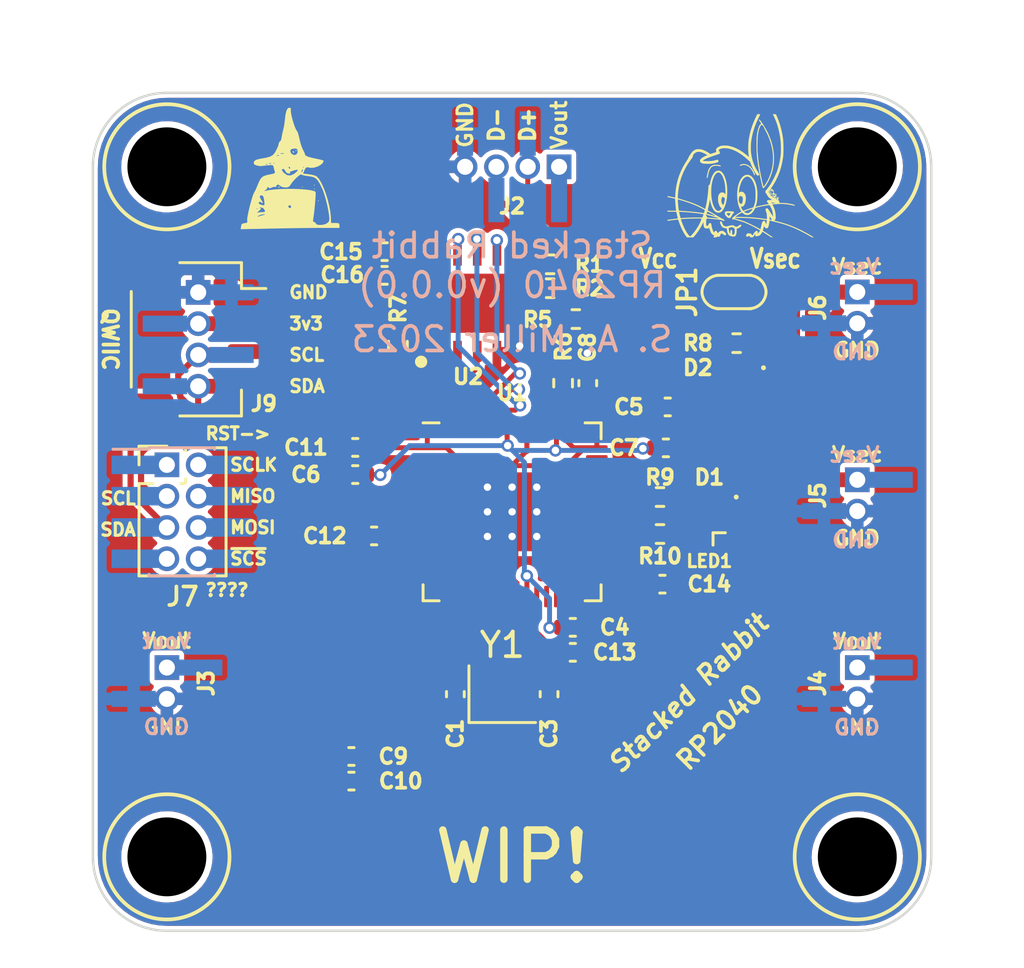
<source format=kicad_pcb>
(kicad_pcb (version 20211014) (generator pcbnew)
  (title_block (title "RP2040") (rev "0.0.0") (company "The Nerd Mage"))
  (layers (0 "F.Cu" signal) (31 "B.Cu" signal) (34 "B.Paste" user) (35 "F.Paste" user) (36 "B.SilkS" user "B.Silkscreen") (37 "F.SilkS" user "F.Silkscreen") (38 "B.Mask" user) (39 "F.Mask" user) (44 "Edge.Cuts" user))
  (net 0 "")
  (net 1 "SCL")
  (net 2 "SDA")
  (net 3 "GND")
  (net 4 "+3V3")
  (net 5 "+1V1")
  (net 6 "Net-(D1-Pad2)")
  (net 7 "Net-(D2-Pad2)")
  (net 8 "IO12")
  (net 9 "IO13")
  (net 13 "ADC_REF")
  (net 14 "IO16")
  (net 15 "QSPI SS")
  (net 16 "ATTACH")
  (net 17 "ALERT")
  (net 18 "Vsec")
  (net 19 "BootMode")
  (net 20 "io25")
  (net 21 "Net-(LED1-Pad2)")
  (net 22 "IO15")
  (net 23 "io0")
  (net 24 "io1")
  (net 25 "io2")
  (net 26 "io3")
  (net 27 "io4")
  (net 28 "io5")
  (net 29 "io6")
  (net 30 "io7")
  (net 31 "io8")
  (net 32 "io9")
  (net 33 "io10")
  (net 34 "io11")
  (net 35 "io12")
  (net 36 "io13")
  (net 37 "io14")
  (net 38 "io15")
  (net 39 "SWCLK")
  (net 40 "SWDIO")
  (net 41 "Reset")
  (net 42 "io16")
  (net 43 "io17")
  (net 44 "io18")
  (net 45 "io19")
  (net 46 "io20")
  (net 47 "io21")
  (net 48 "io22")
  (net 49 "io23")
  (net 50 "io24")
  (net 51 "io26")
  (net 52 "io27")
  (net 53 "io28")
  (net 54 "io29")
  (net 55 "QSPI_SD3")
  (net 56 "QSPI_SCLK")
  (net 57 "QSPI_SD0")
  (net 58 "QSPI_SD2")
  (net 59 "QSPI_SD1")
  (net 62 "/Xin")
  (net 63 "/Xout")
  (net 64 "/USB_DP")
  (net 65 "/USB_DM")
  (net 66 "UD+")
  (net 67 "UD-")
  (net 68 "Net-(C8-Pad2)")
  (footprint "Tinker:Mount" (layer "F.Cu") (at 114 114)
    (fp_text reference "REF**" hide)
    (fp_text value "Mount" hide)
  )
  (footprint "Capacitor_SMD:C_0402_1005Metric" (layer "F.Cu") (at 94.830178 89.441993)
    (fp_text reference "C15")
    (fp_text value "2u2")
  )
  (footprint "Tinker:SON80P400X400X50-9N" (layer "F.Cu") (at 98.185633 91.53709 90)
    (fp_text reference "U2")
    (fp_text value "W25Q32JVXGIQ" hide)
  )
  (footprint "Tinker:XL1010RGBCWS2812B" (layer "F.Cu") (at 108 100.7 180)
    (fp_text reference "LED1")
    (fp_text value "XL-1010RGBC-WS2812B" hide)
  )
  (footprint "Tinker:Mount" (layer "F.Cu") (at 86 114)
    (fp_text reference "REF**" hide)
    (fp_text value "Mount" hide)
  )
  (footprint "Tinker:QWIIC_Stack_II" (layer "F.Cu") (at 87.27 93 -90)
    (fp_text reference "J9")
    (fp_text value "QWIIC_Stackable")
  )
  (footprint "Tinker:DagNabbit" (layer "F.Cu") (at 109 87)
    (fp_text reference "REF**" hide)
    (fp_text value "DagNabbit" hide)
  )
  (footprint "Capacitor_SMD:C_0402_1005Metric" (layer "F.Cu") (at 94.403517 100.978617 180)
    (fp_text reference "C12")
    (fp_text value "100n")
  )
  (footprint "LED_SMD:LED_0402_1005Metric" (layer "F.Cu") (at 109.106179 94.155274 180)
    (fp_text reference "D2")
    (fp_text value "LED")
  )
  (footprint "LED_SMD:LED_0402_1005Metric" (layer "F.Cu") (at 108 99.4 180)
    (fp_text reference "D1")
    (fp_text value "LED")
  )
  (footprint "Tinker:Board_Stacker_2" (layer "F.Cu") (at 114 106.32)
    (fp_text reference "J4")
    (fp_text value "Conn_01x02_Male")
  )
  (footprint "Resistor_SMD:R_0402_1005Metric" (layer "F.Cu") (at 95.37109 93.236183 90)
    (fp_text reference "R7")
    (fp_text value "1k")
  )
  (footprint "Tinker:Mount" (layer "F.Cu") (at 114 86)
    (fp_text reference "REF**" hide)
    (fp_text value "Mount" hide)
  )
  (footprint "Capacitor_SMD:C_0402_1005Metric" (layer "F.Cu") (at 106.311054 95.744072)
    (fp_text reference "C5")
    (fp_text value "2u2")
  )
  (footprint "Resistor_SMD:R_0402_1005Metric" (layer "F.Cu") (at 101.542994 90.926946 180)
    (fp_text reference "R2")
    (fp_text value "27")
  )
  (footprint "Capacitor_SMD:C_0402_1005Metric" (layer "F.Cu") (at 97.7 107.4 90)
    (fp_text reference "C1")
    (fp_text value "20p")
  )
  (footprint "Capacitor_SMD:C_0402_1005Metric" (layer "F.Cu") (at 101.5 107.4 -90)
    (fp_text reference "C3")
    (fp_text value "20p")
  )
  (footprint "Tinker:Board_Stacker_2" (layer "F.Cu") (at 86 106.32)
    (fp_text reference "J3")
    (fp_text value "Conn_01x02_Male")
  )
  (footprint "Tinker:NerdMage" (layer "F.Cu") (at 91 86)
    (fp_text reference "G***" hide)
    (fp_text value "LOGO" hide)
  )
  (footprint "Capacitor_SMD:C_0402_1005Metric" (layer "F.Cu") (at 93.485462 109.926895 180)
    (fp_text reference "C9")
    (fp_text value "100n")
  )
  (footprint "Capacitor_SMD:C_0402_1005Metric" (layer "F.Cu") (at 93.639645 98.487726 180)
    (fp_text reference "C6")
    (fp_text value "100n")
  )
  (footprint "Capacitor_SMD:C_0402_1005Metric" (layer "F.Cu") (at 103.069359 94.778671 -90)
    (fp_text reference "C8")
    (fp_text value "2u2")
  )
  (footprint "Resistor_SMD:R_0402_1005Metric" (layer "F.Cu") (at 109.106179 93.155274 180)
    (fp_text reference "R8")
    (fp_text value "2k2")
  )
  (footprint "Capacitor_SMD:C_0402_1005Metric" (layer "F.Cu") (at 106.096639 102.935378)
    (fp_text reference "C14")
    (fp_text value "100n")
  )
  (footprint "Tinker:Board_Stacker_2" (layer "F.Cu") (at 114 91.08)
    (fp_text reference "J6")
    (fp_text value "Conn_01x02_Male")
  )
  (footprint "Resistor_SMD:R_0402_1005Metric" (layer "F.Cu") (at 102.069359 94.778671 90)
    (fp_text reference "R6")
    (fp_text value "1")
  )
  (footprint "Resistor_SMD:R_0402_1005Metric" (layer "F.Cu") (at 106 100.9)
    (fp_text reference "R10")
    (fp_text value "???")
  )
  (footprint "Package_DFN_QFN:QFN-56-1EP_7x7mm_P0.4mm_EP3.2x3.2mm" (layer "F.Cu") (at 100 100)
    (fp_text reference "U1")
    (fp_text value "RP2040")
  )
  (footprint "Tinker:Board_Stacker_2" (layer "F.Cu") (at 114 98.7)
    (fp_text reference "J5")
    (fp_text value "Conn_01x02_Male")
  )
  (footprint "Tinker:Mount" (layer "F.Cu") (at 86 86)
    (fp_text reference "REF**" hide)
    (fp_text value "Mount" hide)
  )
  (footprint "Capacitor_SMD:C_0402_1005Metric" (layer "F.Cu") (at 93.639645 97.386251 180)
    (fp_text reference "C11")
    (fp_text value "100n")
  )
  (footprint "Capacitor_SMD:C_0402_1005Metric" (layer "F.Cu") (at 102.46303 104.688032 180)
    (fp_text reference "C4")
    (fp_text value "2u2")
  )
  (footprint "Capacitor_SMD:C_0402_1005Metric" (layer "F.Cu") (at 102.46303 105.701322)
    (fp_text reference "C13")
    (fp_text value "100n")
  )
  (footprint "Resistor_SMD:R_0402_1005Metric" (layer "F.Cu") (at 101.542994 89.957845 180)
    (fp_text reference "R1")
    (fp_text value "27")
  )
  (footprint "Tinker:Crystal_SMD_2016-4Pin_2.0x1.6mm" (layer "F.Cu") (at 99.6 107.4)
    (fp_text reference "Y1")
    (fp_text value "12MHz")
  )
  (footprint "Tinker:Board_Stacker_4" (layer "F.Cu") (at 101.905 86 -90)
    (fp_text reference "J2")
    (fp_text value "Conn_01x04_Male")
  )
  (footprint "Capacitor_SMD:C_0402_1005Metric" (layer "F.Cu") (at 106.237265 97.405469)
    (fp_text reference "C7")
    (fp_text value "100n")
  )
  (footprint "Capacitor_SMD:C_0402_1005Metric" (layer "F.Cu") (at 93.485462 110.926895 180)
    (fp_text reference "C10")
    (fp_text value "100n")
  )
  (footprint "Tinker:SolderJumper-2_P_Open_Rounded_skinny" (layer "F.Cu") (at 109 91.08 180)
    (fp_text reference "JP1")
    (fp_text value "SolderJumper_2_Open" hide)
  )
  (footprint "Capacitor_SMD:C_0402_1005Metric" (layer "F.Cu") (at 94.828668 90.405398 180)
    (fp_text reference "C16")
    (fp_text value "100n")
  )
  (footprint "Resistor_SMD:R_0402_1005Metric" (layer "F.Cu") (at 102.585062 92.178796)
    (fp_text reference "R5")
    (fp_text value "200")
  )
  (footprint "Tinker:PinHeader_2x04_P1.27mm_Vertical" (layer "F.Cu") (at 86 98.095)
    (fp_text reference "J7")
    (fp_text value "Conn_01x08_Male")
  )
  (footprint "Resistor_SMD:R_0402_1005Metric" (layer "F.Cu") (at 106 99.4)
    (fp_text reference "R9")
    (fp_text value "470")
  )
  (gr_line (start 117 86) (end 117 114) (layer "Edge.Cuts") (width 0.1))
  (gr_arc (start 86 117) (mid 83.87868 116.12132) (end 83 114) (layer "Edge.Cuts") (width 0.1))
  (gr_arc (start 83 86) (mid 83.87868 83.87868) (end 86 83) (layer "Edge.Cuts") (width 0.1))
  (gr_line (start 86 83) (end 114 83) (layer "Edge.Cuts") (width 0.1))
  (gr_line (start 83 114) (end 83 86) (layer "Edge.Cuts") (width 0.1))
  (gr_arc (start 114 83) (mid 116.12132 83.87868) (end 117 86) (layer "Edge.Cuts") (width 0.1))
  (gr_line (start 86 117) (end 114 117) (layer "Edge.Cuts") (width 0.1))
  (gr_arc (start 117 114) (mid 116.12132 116.12132) (end 114 117) (layer "Edge.Cuts") (width 0.1))
  (gr_text "Stacked Rabbit\n${TITLE} (v${REVISION})" (at 100 90) (layer "B.SilkS") (effects (font (size 1 1)) (justify mirror)))
  (gr_text "GND" (at 113.911636 93.524122) (layer "B.SilkS") (effects (font (size 0.6 0.6) (thickness 0.125)) (justify mirror)))
  (gr_text "GND" (at 113.911636 101.157043) (layer "B.SilkS") (effects (font (size 0.6 0.6) (thickness 0.125)) (justify mirror)))
  (gr_text "Vsec" (at 113.872799 90.048265) (layer "B.SilkS") (effects (font (size 0.6 0.6) (thickness 0.125)) (justify mirror)))
  (gr_text "Vout" (at 85.997632 105.251142) (layer "B.SilkS") (effects (font (size 0.6 0.6) (thickness 0.125)) (justify mirror)))
  (gr_text "Vout" (at 114 105.269126) (layer "B.SilkS") (effects (font (size 0.6 0.6) (thickness 0.125)) (justify mirror)))
  (gr_text "GND" (at 85.984147 108.730235) (layer "B.SilkS") (effects (font (size 0.6 0.6) (thickness 0.125)) (justify mirror)))
  (gr_text "S. A. Miller 2023" (at 100 93) (layer "B.SilkS") (effects (font (size 1 1)) (justify mirror)))
  (gr_text "Vsec" (at 113.872799 97.681186) (layer "B.SilkS") (effects (font (size 0.6 0.6) (thickness 0.125)) (justify mirror)))
  (gr_text "GND" (at 113.986515 108.748219) (layer "B.SilkS") (effects (font (size 0.6 0.6) (thickness 0.125)) (justify mirror)))
  (gr_text "SCL" (at 90.9 93.635) (layer "F.SilkS") (effects (font (size 0.5 0.5) (thickness 0.125)) (justify left)))
  (gr_text "Stacked Rabbit" (at 107.16368 107.360377 45) (layer "F.SilkS") (effects (font (size 0.75 0.75) (thickness 0.15) italic)))
  (gr_text "WIP!" (at 100 114) (layer "F.SilkS") (effects (font (size 2 2) (thickness 0.3))))
  (gr_text "????" (at 87.5 103.175) (layer "F.SilkS") (effects (font (size 0.5 0.5) (thickness 0.125)) (justify left)))
  (gr_text "MOSI" (at 88.5 100.635) (layer "F.SilkS") (effects (font (size 0.5 0.5) (thickness 0.125)) (justify left)))
  (gr_text "RST->" (at 87.5 96.825) (layer "F.SilkS") (effects (font (size 0.5 0.5) (thickness 0.125)) (justify left)))
  (gr_text "Vout" (at 85.988239 105.227507) (layer "F.SilkS") (effects (font (size 0.6 0.6) (thickness 0.125))))
  (gr_text "MISO" (at 88.5 99.365) (layer "F.SilkS") (effects (font (size 0.5 0.5) (thickness 0.125)) (justify left)))
  (gr_text "SDA" (at 84.8 100.7275) (layer "F.SilkS") (effects (font (size 0.5 0.5) (thickness 0.125)) (justify right)))
  (gr_text "Vsec" (at 110.68 89.726721) (layer "F.SilkS") (effects (font (size 0.75 0.6))))
  (gr_text "SCL" (at 84.8 99.4575) (layer "F.SilkS") (effects (font (size 0.5 0.5) (thickness 0.125)) (justify right)))
  (gr_text "GND" (at 113.990607 108.745491) (layer "F.SilkS") (effects (font (size 0.6 0.6) (thickness 0.125))))
  (gr_text "GND" (at 85.988239 108.727507) (layer "F.SilkS") (effects (font (size 0.6 0.6) (thickness 0.125))))
  (gr_text "SCLK" (at 88.5 98.095) (layer "F.SilkS") (effects (font (size 0.5 0.5) (thickness 0.125)) (justify left)))
  (gr_text "GND" (at 90.9 91.095) (layer "F.SilkS") (effects (font (size 0.5 0.5) (thickness 0.125)) (justify left)))
  (gr_text "GND" (at 114 101.077551) (layer "F.SilkS") (effects (font (size 0.6 0.6) (thickness 0.125))))
  (gr_text "QWIIC" (at 83.695923 93 270) (layer "F.SilkS") (effects (font (size 0.6 0.6))))
  (gr_text "GND" (at 114 93.44463) (layer "F.SilkS") (effects (font (size 0.6 0.6) (thickness 0.125))))
  (gr_text "Vsec" (at 114 90.04463) (layer "F.SilkS") (effects (font (size 0.6 0.6) (thickness 0.125))))
  (gr_text "${TITLE}" (at 108.417957 108.740082 45) (layer "F.SilkS") (effects (font (size 0.75 0.75))))
  (gr_text "GND" (at 98.095 84.3 90) (layer "F.SilkS") (effects (font (size 0.6 0.6) (thickness 0.125))))
  (gr_text "Vsec" (at 114 97.677551) (layer "F.SilkS") (effects (font (size 0.6 0.6) (thickness 0.125))))
  (gr_text "Vout" (at 101.905 84.3 90) (layer "F.SilkS") (effects (font (size 0.6 0.6) (thickness 0.125))))
  (gr_text "3v3" (at 90.9 92.365) (layer "F.SilkS") (effects (font (size 0.5 0.5) (thickness 0.125)) (justify left)))
  (gr_text "D-" (at 99.365 84.3 90) (layer "F.SilkS") (effects (font (size 0.6 0.6))))
  (gr_text "~{SCS}" (at 88.5 101.905) (layer "F.SilkS") (effects (font (size 0.5 0.5) (thickness 0.125)) (justify left)))
  (gr_text "Vout" (at 113.990607 105.245491) (layer "F.SilkS") (effects (font (size 0.6 0.6) (thickness 0.125))))
  (gr_text "D+" (at 100.635 84.3 90) (layer "F.SilkS") (effects (font (size 0.6 0.6))))
  (gr_text "Vcc" (at 105.924051 89.726721) (layer "F.SilkS") (effects (font (size 0.75 0.6))))
  (gr_text "SDA" (at 90.9 94.905) (layer "F.SilkS") (effects (font (size 0.5 0.5) (thickness 0.125)) (justify left)))
  (segment (start 84.953028 97.621666) (end 84.953028 98.866665) (width 0.25) (layer "F.Cu") (net 1))
  (segment (start 87.27 94.905) (end 87.27 96.50211) (width 0.25) (layer "F.Cu") (net 1))
  (segment (start 85.275274 97.29942) (end 84.953028 97.621666) (width 0.25) (layer "F.Cu") (net 1))
  (segment (start 85.451363 99.365) (end 86.03 99.365) (width 0.25) (layer "F.Cu") (net 1))
  (segment (start 86.47269 97.29942) (end 85.275274 97.29942) (width 0.25) (layer "F.Cu") (net 1))
  (segment (start 87.27 96.50211) (end 86.47269 97.29942) (width 0.25) (layer "F.Cu") (net 1))
  (segment (start 84.953028 98.866665) (end 85.451363 99.365) (width 0.25) (layer "F.Cu") (net 1))
  (segment (start 86.807454 95.599686) (end 86.54 95.332232) (width 0.25) (layer "F.Cu") (net 2))
  (segment (start 86.54 95.332232) (end 86.54 95.232538) (width 0.25) (layer "F.Cu") (net 2))
  (segment (start 86.807454 96.39897) (end 86.807454 95.599686) (width 0.25) (layer "F.Cu") (net 2))
  (segment (start 86 100.635) (end 84.52967 99.16467) (width 0.25) (layer "F.Cu") (net 2))
  (segment (start 84.52967 99.16467) (end 84.52967 97.479339) (width 0.25) (layer "F.Cu") (net 2))
  (segment (start 84.52967 97.479339) (end 85.109589 96.89942) (width 0.25) (layer "F.Cu") (net 2))
  (segment (start 85.109589 96.89942) (end 86.307004 96.89942) (width 0.25) (layer "F.Cu") (net 2))
  (segment (start 86.54 95.232538) (end 86.460497 95.153035) (width 0.25) (layer "F.Cu") (net 2))
  (segment (start 86.307004 96.89942) (end 86.807454 96.39897) (width 0.25) (layer "F.Cu") (net 2))
  (segment (start 86.460497 95.153035) (end 86.460497 94.444503) (width 0.25) (layer "F.Cu") (net 2))
  (segment (start 86.460497 94.444503) (end 87.27 93.635) (width 0.25) (layer "F.Cu") (net 2))
  (via (at 101 100) (size 0.4) (drill 0.3) (layers "F.Cu" "B.Cu") (net 3))
  (via (at 101 101) (size 0.4) (drill 0.3) (layers "F.Cu" "B.Cu") (net 3))
  (via (at 99 100) (size 0.4) (drill 0.3) (layers "F.Cu" "B.Cu") (net 3))
  (via (at 101 99) (size 0.4) (drill 0.3) (layers "F.Cu" "B.Cu") (net 3))
  (via (at 100.306548 93.268546) (size 0.5) (drill 0.3) (layers "F.Cu" "B.Cu") (net 3))
  (via (at 100 101) (size 0.4) (drill 0.3) (layers "F.Cu" "B.Cu") (net 3))
  (via (at 100 100) (size 0.4) (drill 0.3) (layers "F.Cu" "B.Cu") (net 3))
  (via (at 100 99) (size 0.4) (drill 0.3) (layers "F.Cu" "B.Cu") (net 3))
  (via (at 99 99) (size 0.4) (drill 0.3) (layers "F.Cu" "B.Cu") (net 3))
  (via (at 99 101) (size 0.4) (drill 0.3) (layers "F.Cu" "B.Cu") (net 3))
  (via (at 103.050231 93.56062) (size 0.5) (drill 0.3) (layers "F.Cu" "B.Cu") (net 3))
  (segment (start 96.5625 97.4) (end 96.5625 96.831441) (width 0.2) (layer "F.Cu") (net 4))
  (segment (start 94.727323 101.134811) (end 94.727323 109.165035) (width 0.2) (layer "F.Cu") (net 4))
  (segment (start 103.4375 95.9925) (end 103.4375 97.4) (width 0.2) (layer "F.Cu") (net 4))
  (segment (start 103.4375 97.4) (end 102.490381 97.4) (width 0.2) (layer "F.Cu") (net 4))
  (segment (start 96.5625 96.831441) (end 92.096059 92.365) (width 0.2) (layer "F.Cu") (net 4))
  (segment (start 105.39 101) (end 103.4375 101) (width 0.2) (layer "F.Cu") (net 4))
  (segment (start 95.455275 89.58709) (end 95.310178 89.441993) (width 0.2) (layer "F.Cu") (net 4))
  (segment (start 104.193858 91.08) (end 108.35 91.08) (width 0.2) (layer "F.Cu") (net 4))
  (segment (start 102.189155 98.127081) (end 102.189155 100.248774) (width 0.2) (layer "F.Cu") (net 4))
  (segment (start 97.344138 97.4) (end 97.754983 97.810845) (width 0.2) (layer "F.Cu") (net 4))
  (segment (start 103.095062 92.178796) (end 104.193858 91.08) (width 0.2) (layer "F.Cu") (net 4))
  (segment (start 97.810845 101.560845) (end 98.6097 102.3597) (width 0.2) (layer "F.Cu") (net 4))
  (segment (start 103.866737 101) (end 103.4375 101) (width 0.2) (layer "F.Cu") (net 4))
  (segment (start 100.6 97.52) (end 99.992919 98.127081) (width 0.2) (layer "F.Cu") (net 4))
  (segment (start 97.810845 97.866707) (end 97.810845 98.129102) (width 0.2) (layer "F.Cu") (net 4))
  (segment (start 100.567086 97.552914) (end 99.992919 98.127081) (width 0.2) (layer "F.Cu") (net 4))
  (segment (start 98.6097 102.3597) (end 99.661987 102.3597) (width 0.2) (layer "F.Cu") (net 4))
  (segment (start 96.5625 97.4) (end 97.344138 97.4) (width 0.2) (layer "F.Cu") (net 4))
  (segment (start 95.310178 90.403888) (end 95.308668 90.405398) (width 0.2) (layer "F.Cu") (net 4))
  (segment (start 102.940381 97.4) (end 102.321829 98.018552) (width 0.2) (layer "F.Cu") (net 4))
  (segment (start 103.583304 95.846695) (end 103.4375 95.9925) (width 0.2) (layer "F.Cu") (net 4))
  (segment (start 97.119315 100.979835) (end 97.754983 100.344167) (width 0.2) (layer "F.Cu") (net 4))
  (segment (start 94.727323 109.165035) (end 93.965462 109.926895) (width 0.2) (layer "F.Cu") (net 4))
  (segment (start 108.35 91.889095) (end 108.35 91.08) (width 0.2) (layer "F.Cu") (net 4))
  (segment (start 94.883517 100.978617) (end 94.727323 101.134811) (width 0.2) (layer "F.Cu") (net 4))
  (segment (start 100.2 103.899264) (end 100.425736 104.125) (width 0.2) (layer "F.Cu") (net 4))
  (segment (start 97.812866 98.127081) (end 97.810845 98.129102) (width 0.2) (layer "F.Cu") (net 4))
  (segment (start 91.646632 92.365) (end 87.27 92.365) (width 0.2) (layer "F.Cu") (net 4))
  (segment (start 95.310178 89.441993) (end 95.310178 90.403888) (width 0.2) (layer "F.Cu") (net 4))
  (segment (start 102.940381 101) (end 103.4375 101) (width 0.2) (layer "F.Cu") (net 4))
  (segment (start 96.5625 101) (end 94.9049 101) (width 0.2) (layer "F.Cu") (net 4))
  (segment (start 100.438151 104.125) (end 100.587651 104.2745) (width 0.2) (layer "F.Cu") (net 4))
  (segment (start 96.985633 89.58709) (end 95.455275 89.58709) (width 0.2) (layer "F.Cu") (net 4))
  (segment (start 102.189155 100.248774) (end 102.940381 101) (width 0.2) (layer "F.Cu") (net 4))
  (segment (start 102.2 97.109619) (end 102.490381 97.4) (width 0.2) (layer "F.Cu") (net 4))
  (segment (start 100.2 96.5625) (end 100.6 96.5625) (width 0.2) (layer "F.Cu") (net 4))
  (segment (start 96.5625 97.4) (end 94.133394 97.4) (width 0.2) (layer "F.Cu") (net 4))
  (segment (start 94.9049 101) (end 94.883517 100.978617) (width 0.2) (layer "F.Cu") (net 4))
  (segment (start 93.349066 92.365) (end 91.646632 92.365) (width 0.2) (layer "F.Cu") (net 4))
  (segment (start 95.308668 90.405398) (end 93.349066 92.365) (width 0.2) (layer "F.Cu") (net 4))
  (segment (start 100.2 102.897713) (end 100.2 103.4375) (width 0.2) (layer "F.Cu") (net 4))
  (segment (start 102.321829 98.018552) (end 102.297684 98.018552) (width 0.2) (layer "F.Cu") (net 4))
  (segment (start 101.811788 105.701322) (end 101.98303 105.701322) (width 0.2) (layer "F.Cu") (net 4))
  (segment (start 105.616639 102.935378) (end 105.616639 102.749902) (width 0.2) (layer "F.Cu") (net 4))
  (segment (start 100.6 97.552914) (end 100.567086 97.552914) (width 0.2) (layer "F.Cu") (net 4))
  (segment (start 102.189155 98.127081) (end 99.992919 98.127081) (width 0.2) (layer "F.Cu") (net 4))
  (segment (start 102.297684 98.018552) (end 102.189155 98.127081) (width 0.2) (layer "F.Cu") (net 4))
  (segment (start 100.587651 104.477185) (end 101.811788 105.701322) (width 0.2) (layer "F.Cu") (net 4))
  (segment (start 97.119315 100.979835) (end 96.582665 100.979835) (width 0.2) (layer "F.Cu") (net 4))
  (segment (start 100.6 96.5625) (end 100.6 97.552914) (width 0.2) (layer "F.Cu") (net 4))
  (segment (start 100.2 103.4375) (end 100.2 103.899264) (width 0.2) (layer "F.Cu") (net 4))
  (segment (start 97.810845 98.129102) (end 97.810845 101.560845) (width 0.2) (layer "F.Cu") (net 4))
  (segment (start 99.992919 98.127081) (end 97.812866 98.127081) (width 0.2) (layer "F.Cu") (net 4))
  (segment (start 103.4375 97.4) (end 102.940381 97.4) (width 0.2) (layer "F.Cu") (net 4))
  (segment (start 93.965462 109.926895) (end 93.965462 110.926895) (width 0.2) (layer "F.Cu") (net 4))
  (segment (start 103.685927 95.744072) (end 103.583304 95.846695) (width 0.2) (layer "F.Cu") (net 4))
  (segment (start 99.661987 102.3597) (end 100.2 102.897713) (width 0.2) (layer "F.Cu") (net 4))
  (segment (start 97.754983 97.810845) (end 97.810845 97.866707) (width 0.2) (layer "F.Cu") (net 4))
  (segment (start 100.587651 104.2745) (end 100.587651 104.477185) (width 0.2) (layer "F.Cu") (net 4))
  (segment (start 94.133394 97.4) (end 94.119645 97.386251) (width 0.2) (layer "F.Cu") (net 4))
  (segment (start 100.425736 104.125) (end 100.438151 104.125) (width 0.2) (layer "F.Cu") (net 4))
  (segment (start 96.582665 100.979835) (end 96.5625 101) (width 0.2) (layer "F.Cu") (net 4))
  (segment (start 100.6 96.5625) (end 100.6 97.52) (width 0.2) (layer "F.Cu") (net 4))
  (segment (start 105.616639 102.749902) (end 103.866737 101) (width 0.2) (layer "F.Cu") (net 4))
  (segment (start 102.2 96.5625) (end 102.2 97.109619) (width 0.2) (layer "F.Cu") (net 4))
  (segment (start 109.616179 93.155274) (end 108.35 91.889095) (width 0.2) (layer "F.Cu") (net 4))
  (segment (start 105.831054 95.744072) (end 103.685927 95.744072) (width 0.2) (layer "F.Cu") (net 4))
  (segment (start 92.096059 92.365) (end 91.646632 92.365) (width 0.2) (layer "F.Cu") (net 4))
  (segment (start 105.49 100.9) (end 105.39 101) (width 0.2) (layer "F.Cu") (net 4))
  (segment (start 108.35 91.08) (end 103.583304 95.846695) (width 0.2) (layer "F.Cu") (net 4))
  (segment (start 99.8 96.5625) (end 99.8 97.29375) (width 0.2) (layer "F.Cu") (net 5))
  (segment (start 100.600519 102.599481) (end 100.6 102.6) (width 0.2) (layer "F.Cu") (net 5))
  (segment (start 101.8 97.466212) (end 101.757323 97.508889) (width 0.2) (layer "F.Cu") (net 5))
  (segment (start 99.8 97.29375) (end 99.820201 97.313951) (width 0.2) (layer "F.Cu") (net 5))
  (segment (start 100.600697 102.599481) (end 100.600519 102.599481) (width 0.2) (layer "F.Cu") (net 5))
  (segment (start 94.119645 98.487726) (end 94.643322 98.487726) (width 0.2) (layer "F.Cu") (net 5))
  (segment (start 94.643322 98.487726) (end 94.656252 98.500656) (width 0.2) (layer "F.Cu") (net 5))
  (segment (start 100.6 102.6) (end 100.6 103.4375) (width 0.2) (layer "F.Cu") (net 5))
  (segment (start 101.8 96.5625) (end 101.8 97.466212) (width 0.2) (layer "F.Cu") (net 5))
  (via (at 105.305191 97.428771) (size 0.5) (drill 0.3) (layers "F.Cu" "B.Cu") (net 5))
  (via (at 101.757323 97.508889) (size 0.5) (drill 0.3) (layers "F.Cu" "B.Cu") (net 5))
  (via (at 94.656252 98.500656) (size 0.5) (drill 0.3) (layers "F.Cu" "B.Cu") (net 5))
  (via (at 100.600697 102.599481) (size 0.5) (drill 0.3) (layers "F.Cu" "B.Cu") (net 5))
  (via (at 99.820201 97.313951) (size 0.5) (drill 0.3) (layers "F.Cu" "B.Cu") (net 5))
  (via (at 101.51909 104.701517) (size 0.5) (drill 0.3) (layers "F.Cu" "B.Cu") (net 5))
  (segment (start 99.820201 97.313951) (end 95.842957 97.313951) (width 0.2) (layer "B.Cu") (net 5))
  (segment (start 101.757323 97.508889) (end 105.225073 97.508889) (width 0.2) (layer "B.Cu") (net 5))
  (segment (start 100.600697 102.599481) (end 101.51909 103.517874) (width 0.2) (layer "B.Cu") (net 5))
  (segment (start 100.5 102.498784) (end 100.600697 102.599481) (width 0.2) (layer "B.Cu") (net 5))
  (segment (start 101.51909 103.517874) (end 101.51909 104.701517) (width 0.2) (layer "B.Cu") (net 5))
  (segment (start 100.5 97.99375) (end 100.5 102.498784) (width 0.2) (layer "B.Cu") (net 5))
  (segment (start 95.842957 97.313951) (end 94.656252 98.500656) (width 0.2) (layer "B.Cu") (net 5))
  (segment (start 100.015139 97.508889) (end 99.820201 97.313951) (width 0.2) (layer "B.Cu") (net 5))
  (segment (start 99.820201 97.313951) (end 100.5 97.99375) (width 0.2) (layer "B.Cu") (net 5))
  (segment (start 105.225073 97.508889) (end 105.305191 97.428771) (width 0.2) (layer "B.Cu") (net 5))
  (segment (start 101.757323 97.508889) (end 100.015139 97.508889) (width 0.2) (layer "B.Cu") (net 5))
  (segment (start 107.515 99.4) (end 106.51 99.4) (width 0.2) (layer "F.Cu") (net 6))
  (segment (start 108.621179 93.180274) (end 108.596179 93.155274) (width 0.2) (layer "F.Cu") (net 7))
  (segment (start 108.621179 94.155274) (end 108.621179 93.180274) (width 0.2) (layer "F.Cu") (net 7))
  (segment (start 102.069359 94.268671) (end 102.075062 94.262968) (width 0.2) (layer "F.Cu") (net 13))
  (segment (start 102.075062 94.262968) (end 102.075062 92.178796) (width 0.2) (layer "F.Cu") (net 13))
  (segment (start 96.985633 94.220729) (end 96.985633 93.48709) (width 0.2) (layer "F.Cu") (net 15))
  (segment (start 96.72654 93.746183) (end 96.985633 93.48709) (width 0.2) (layer "F.Cu") (net 15))
  (segment (start 97.4 96.5625) (end 97.4 94.635096) (width 0.2) (layer "F.Cu") (net 15))
  (segment (start 95.37109 93.746183) (end 96.72654 93.746183) (width 0.2) (layer "F.Cu") (net 15))
  (segment (start 97.4 94.635096) (end 96.985633 94.220729) (width 0.2) (layer "F.Cu") (net 15))
  (segment (start 113.892282 91.090572) (end 113.902854 91.08) (width 0.6) (layer "F.Cu") (net 18))
  (segment (start 112.868116 98.7) (end 112.179333 98.011217) (width 0.6) (layer "F.Cu") (net 18))
  (segment (start 113.018199 91.090572) (end 113.892282 91.090572) (width 0.6) (layer "F.Cu") (net 18))
  (segment (start 112.179333 98.011217) (end 112.179333 91.929438) (width 0.6) (layer "F.Cu") (net 18))
  (segment (start 112.179333 91.929438) (end 113.018199 91.090572) (width 0.6) (layer "F.Cu") (net 18))
  (segment (start 114 91.08) (end 109.65 91.08) (width 0.6) (layer "F.Cu") (net 18))
  (segment (start 113.97 98.7) (end 112.868116 98.7) (width 0.6) (layer "F.Cu") (net 18))
  (segment (start 103.4375 99.4) (end 105.49 99.4) (width 0.2) (layer "F.Cu") (net 20))
  (segment (start 107.525 101.175) (end 106.785 101.175) (width 0.2) (layer "F.Cu") (net 21))
  (segment (start 106.785 101.175) (end 106.51 100.9) (width 0.2) (layer "F.Cu") (net 21))
  (segment (start 107.525 100.225) (end 105.005337 100.225) (width 0.2) (layer "F.Cu") (net 50))
  (segment (start 105.005337 100.225) (end 104.580337 99.8) (width 0.2) (layer "F.Cu") (net 50))
  (segment (start 104.580337 99.8) (end 103.4375 99.8) (width 0.2) (layer "F.Cu") (net 50))
  (segment (start 100.129882 95.875) (end 99.625736 95.875) (width 0.2) (layer "F.Cu") (net 55))
  (segment (start 100.323439 95.681443) (end 100.129882 95.875) (width 0.2) (layer "F.Cu") (net 55))
  (segment (start 99.4 96.100736) (end 99.4 96.5625) (width 0.2) (layer "F.Cu") (net 55))
  (segment (start 99.625736 95.875) (end 99.4 96.100736) (width 0.2) (layer "F.Cu") (net 55))
  (via (at 97.813451 88.931816) (size 0.5) (drill 0.3) (layers "F.Cu" "B.Cu") (net 55))
  (via (at 100.323439 95.681443) (size 0.5) (drill 0.3) (layers "F.Cu" "B.Cu") (net 55))
  (segment (start 97.813451 88.931816) (end 97.813451 93.276084) (width 0.2) (layer "B.Cu") (net 55))
  (segment (start 97.813451 93.276084) (end 100.070898 95.533531) (width 0.2) (layer "B.Cu") (net 55))
  (segment (start 100.278005 95.033531) (end 99.972231 95.033531) (width 0.2) (layer "F.Cu") (net 56))
  (segment (start 99 96.005762) (end 99 96.5625) (width 0.2) (layer "F.Cu") (net 56))
  (segment (start 99.972231 95.033531) (end 99 96.005762) (width 0.2) (layer "F.Cu") (net 56))
  (via (at 100.278005 95.033531) (size 0.5) (drill 0.3) (layers "F.Cu" "B.Cu") (net 56))
  (via (at 98.573997 88.931816) (size 0.5) (drill 0.3) (layers "F.Cu" "B.Cu") (net 56))
  (segment (start 98.573997 93.527455) (end 100.01418 94.967638) (width 0.2) (layer "B.Cu") (net 56))
  (segment (start 98.573997 88.931816) (end 98.573997 93.527455) (width 0.2) (layer "B.Cu") (net 56))
  (segment (start 98.6 95.910788) (end 98.6 96.5625) (width 0.2) (layer "F.Cu") (net 57))
  (segment (start 100.125656 94.385132) (end 98.6 95.910788) (width 0.2) (layer "F.Cu") (net 57))
  (segment (start 100.315836 94.385132) (end 100.125656 94.385132) (width 0.2) (layer "F.Cu") (net 57))
  (via (at 99.383089 88.980361) (size 0.5) (drill 0.3) (layers "F.Cu" "B.Cu") (net 57))
  (via (at 100.315836 94.385132) (size 0.5) (drill 0.3) (layers "F.Cu" "B.Cu") (net 57))
  (segment (start 99.383089 93.452385) (end 100.315836 94.385132) (width 0.2) (layer "B.Cu") (net 57))
  (segment (start 99.383089 88.980361) (end 99.383089 93.452385) (width 0.2) (layer "B.Cu") (net 57))
  (segment (start 98.585633 94.163093) (end 98.585633 93.48709) (width 0.2) (layer "F.Cu") (net 58))
  (segment (start 98.2 94.548726) (end 98.585633 94.163093) (width 0.2) (layer "F.Cu") (net 58))
  (segment (start 98.2 96.5625) (end 98.2 94.548726) (width 0.2) (layer "F.Cu") (net 58))
  (segment (start 97.8 96.5625) (end 97.785633 96.548133) (width 0.2) (layer "F.Cu") (net 59))
  (segment (start 97.785633 96.548133) (end 97.785633 93.48709) (width 0.2) (layer "F.Cu") (net 59))
  (segment (start 98.9 107.95) (end 97.77 107.95) (width 0.2) (layer "F.Cu") (net 62))
  (segment (start 99.4 106.021667) (end 99.6 106.221667) (width 0.2) (layer "F.Cu") (net 62))
  (segment (start 99.6 107.921667) (end 99.55 107.971667) (width 0.2) (layer "F.Cu") (net 62))
  (segment (start 99.55 107.971667) (end 98.9 107.971667) (width 0.2) (layer "F.Cu") (net 62))
  (segment (start 97.77 107.95) (end 97.7 107.88) (width 0.2) (layer "F.Cu") (net 62))
  (segment (start 99.6 106.221667) (end 99.6 107.921667) (width 0.2) (layer "F.Cu") (net 62))
  (segment (start 99.4 103.4375) (end 99.4 106.021667) (width 0.2) (layer "F.Cu") (net 62))
  (segment (start 99.8 103.4375) (end 99.8 104.450795) (width 0.2) (layer "F.Cu") (net 63))
  (segment (start 100.3 106.85) (end 101.43 106.85) (width 0.2) (layer "F.Cu") (net 63))
  (segment (start 100.3 104.950795) (end 100.3 106.871667) (width 0.2) (layer "F.Cu") (net 63))
  (segment (start 101.43 106.85) (end 101.5 106.92) (width 0.2) (layer "F.Cu") (net 63))
  (segment (start 99.8 104.450795) (end 100.3 104.950795) (width 0.2) (layer "F.Cu") (net 63))
  (segment (start 100.256908 90.733931) (end 101.032994 89.957845) (width 0.2) (layer "F.Cu") (net 64))
  (segment (start 101 96.5625) (end 101 92.684728) (width 0.2) (layer "F.Cu") (net 64))
  (segment (start 100.256908 91.941636) (end 100.256908 90.733931) (width 0.2) (layer "F.Cu") (net 64))
  (segment (start 101 92.684728) (end 100.256908 91.941636) (width 0.2) (layer "F.Cu") (net 64))
  (segment (start 101.4 91.293952) (end 101.032994 90.926946) (width 0.2) (layer "F.Cu") (net 65))
  (segment (start 101.4 96.5625) (end 101.4 91.293952) (width 0.2) (layer "F.Cu") (net 65))
  (segment (start 102.052994 89.957845) (end 102.052994 89.408077) (width 0.2) (layer "F.Cu") (net 66))
  (segment (start 102.052994 89.408077) (end 100.635 87.990083) (width 0.2) (layer "F.Cu") (net 66))
  (segment (start 100.635 87.990083) (end 100.635 86) (width 0.2) (layer "F.Cu") (net 66))
  (segment (start 101.594189 90.926946) (end 101.545272 90.878029) (width 0.2) (layer "F.Cu") (net 67))
  (segment (start 102.052994 90.926946) (end 101.594189 90.926946) (width 0.2) (layer "F.Cu") (net 67))
  (segment (start 101.545272 89.362803) (end 99.365 87.182531) (width 0.2) (layer "F.Cu") (net 67))
  (segment (start 101.545272 90.878029) (end 101.545272 89.362803) (width 0.2) (layer "F.Cu") (net 67))
  (segment (start 99.365 87.182531) (end 99.365 86) (width 0.2) (layer "F.Cu") (net 67))
  (segment (start 103.069359 95.258671) (end 102.591891 95.258671) (width 0.2) (layer "F.Cu") (net 68))
  (segment (start 102.591891 96.554391) (end 102.591891 95.258671) (width 0.2) (layer "F.Cu") (net 68))
  (segment (start 102.591891 95.258671) (end 102.099359 95.258671) (width 0.2) (layer "F.Cu") (net 68))
  (segment (start 102.099359 95.258671) (end 102.069359 95.288671) (width 0.2) (layer "F.Cu") (net 68))
  (segment (start 102.6 96.5625) (end 102.591891 96.554391) (width 0.2) (layer "F.Cu") (net 68))
  (zone (net 3) (net_name "GND") (layer "F.Cu") (connect_pads (clearance 0.2)) (min_thickness 0.2) (fill yes (thermal_gap 0.2) (thermal_bridge_width 0.508))
    (polygon (pts (xy 118.582229 117.809465) (xy 81.651499 117.809467) (xy 81.651498 82.584881) (xy 118.582228 82.584879)))
  )
  (zone (net 3) (net_name "GND") (layer "B.Cu") (connect_pads (clearance 0.2)) (min_thickness 0.2) (fill yes (thermal_gap 0.2) (thermal_bridge_width 0.508))
    (polygon (pts (xy 119.380001 118.507005) (xy 80.682697 118.507005) (xy 80.682697 82.09421) (xy 119.380001 82.09421)))
  )
)
</source>
